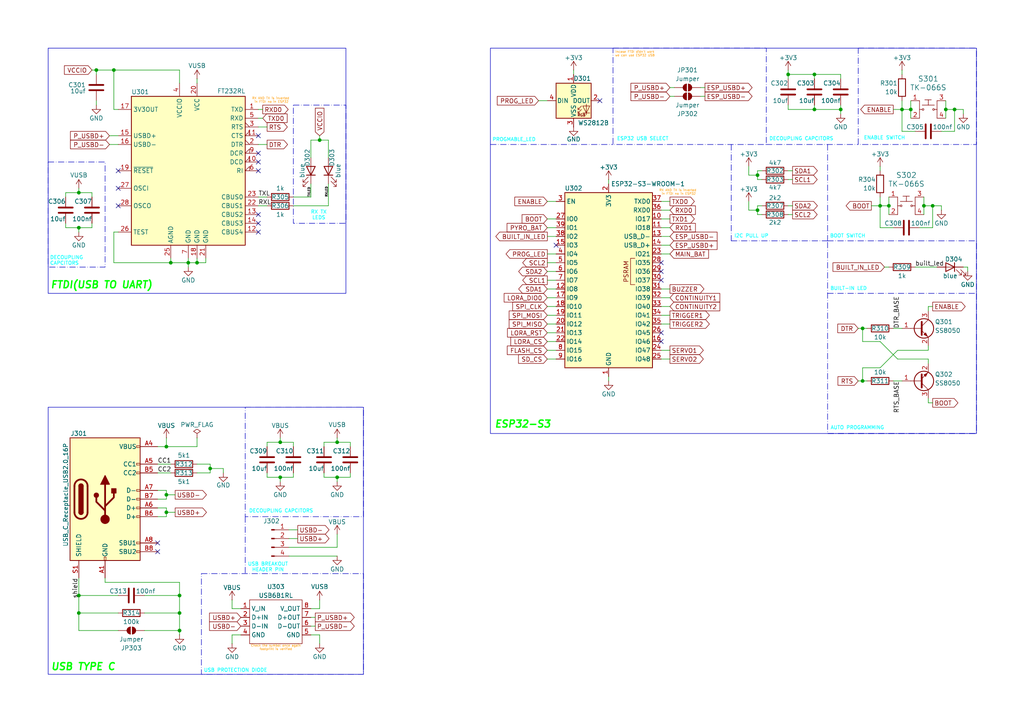
<source format=kicad_sch>
(kicad_sch (version 20250114) (generator "eeschema") (generator_version "9.0")
  (paper "A4")
  (title_block (title "VECTRON-V1") (date "2025-06-13") (rev "1.0.0") (company "Drawn by :- Arudhran"))
  (rectangle (start 13.97 46.99) (end 30.48 77.47) (stroke (width 0) (type dash_dot)))
  (rectangle (start 13.97 13.97) (end 100.33 85.09))
  (rectangle (start 58.42 166.37) (end 105.41 195.58) (stroke (width 0) (type dash_dot)))
  (rectangle (start 248.92 13.97) (end 283.21 41.91) (stroke (width 0) (type dash_dot)))
  (rectangle (start 85.09 30.48) (end 100.33 64.77) (stroke (width 0) (type dash_dot)))
  (rectangle (start 71.12 118.11) (end 105.41 149.86) (stroke (width 0) (type dash_dot)))
  (rectangle (start 142.24 13.97) (end 283.21 125.73))
  (rectangle (start 177.8 13.97) (end 222.25 41.91) (stroke (width 0) (type dash_dot)))
  (rectangle (start 13.97 118.11) (end 105.41 195.58))
  (rectangle (start 240.03 69.85) (end 283.21 125.73) (stroke (width 0) (type dash_dot)))
  (text "DECOUPLING CAPCITORS\n" (at 81.534 148.336 0) (effects (font (size 1.016 1.016))))
  (text "ENABLE SWITCH\n" (at 256.54 40.132 0) (effects (font (size 1.016 1.016))))
  (text "I2C PULL UP" (at 217.932 68.58 0) (effects (font (size 1.016 1.016))))
  (text "BUILT-IN LED\n" (at 246.126 83.82 0) (effects (font (size 1.016 1.016))))
  (text "USB TYPE C\n" (at 24.13 193.548 0) (effects (font (size 2.032 2.032) (bold yes) (italic yes))))
  (text "Check the symbol once again\nfootprint is verified" (at 80.01 187.96 0) (effects (font (size 0.635 0.635) (thickness 0.0794))))
  (text "DECOUPLING CAPCITORS\n" (at 232.41 40.386 0) (effects (font (size 1.016 1.016))))
  (text "DECOUPLING\nCAPCITORS\n" (at 14.478 75.692 0) (effects (font (size 1.016 1.016)) (justify left)))
  (text "RX AND TX is inverted \nin FTDI no in ESP32\n" (at 196.85 55.88 0) (effects (font (size 0.635 0.635) (thickness 0.0794))))
  (text "USB BREAKOUT\nHEADER PIN" (at 77.724 164.592 0) (effects (font (size 1.016 1.016))))
  (text "FTDI(USB TO UART)" (at 29.464 82.804 0) (effects (font (size 2.032 2.032) (bold yes) (italic yes))))
  (text "Incase FTDI didn't work\nwe can use ESP32 USB" (at 184.15 15.748 0) (effects (font (size 0.635 0.635) (thickness 0.0794))))
  (text "USB PROTECTION DIODE" (at 68.326 194.564 0) (effects (font (size 1.016 1.016))))
  (text "AUTO PROGRAMMING\n" (at 248.666 124.206 0) (effects (font (size 1.016 1.016))))
  (text "RX TX\nLEDS\n" (at 92.456 62.484 0) (effects (font (size 1.016 1.016))))
  (text "ESP32-S3\n" (at 151.638 123.19 0) (effects (font (size 2.032 2.032) (bold yes) (italic yes))))
  (text "PROGMABLE_LED" (at 149.098 40.64 0) (effects (font (size 1.016 1.016))))
  (text "ESP32 USB SELECT\n" (at 186.436 40.386 0) (effects (font (size 1.016 1.016))))
  (text "RX AND TX is inverted \nin FTDI no in ESP32\n" (at 78.74 29.21 0) (effects (font (size 0.635 0.635) (thickness 0.0794))))
  (text "BOOT SWITCH\n" (at 245.872 68.58 0) (effects (font (size 1.016 1.016))))
  (junction (at 261.62 31.75))
  (junction (at 49.53 76.2))
  (junction (at 97.79 138.43))
  (junction (at 243.84 31.75))
  (junction (at 276.86 31.75))
  (junction (at 255.27 59.69))
  (junction (at 48.26 148.59))
  (junction (at 22.86 55.88))
  (junction (at 270.51 59.69))
  (junction (at 22.86 66.04))
  (junction (at 22.86 172.72))
  (junction (at 54.61 76.2))
  (junction (at 52.07 172.72))
  (junction (at 52.07 182.88))
  (junction (at 81.28 128.27))
  (junction (at 52.07 177.8))
  (junction (at 22.86 177.8))
  (junction (at 219.71 60.96))
  (junction (at 257.81 59.69))
  (junction (at 219.71 50.8))
  (junction (at 57.15 76.2))
  (junction (at 236.22 31.75))
  (junction (at 48.26 129.54))
  (junction (at 60.96 135.89))
  (junction (at 250.19 95.25))
  (junction (at 33.02 20.32))
  (junction (at 264.16 31.75))
  (junction (at 228.6 21.59))
  (junction (at 92.71 40.64))
  (junction (at 27.94 20.32))
  (junction (at 274.32 31.75))
  (junction (at 48.26 143.51))
  (junction (at 236.22 21.59))
  (junction (at 267.97 59.69))
  (junction (at 81.28 138.43))
  (junction (at 250.19 110.49))
  (junction (at 97.79 128.27))
  (no_connect (at 34.29 54.61))
  (no_connect (at 74.93 62.23))
  (no_connect (at 191.77 81.28))
  (no_connect (at 74.93 67.31))
  (no_connect (at 161.29 71.12))
  (no_connect (at 74.93 64.77))
  (no_connect (at 74.93 46.99))
  (no_connect (at 191.77 99.06))
  (no_connect (at 45.72 157.48))
  (no_connect (at 191.77 78.74))
  (no_connect (at 191.77 76.2))
  (no_connect (at 74.93 49.53))
  (no_connect (at 74.93 44.45))
  (no_connect (at 34.29 59.69))
  (no_connect (at 45.72 160.02))
  (no_connect (at 191.77 96.52))
  (no_connect (at 34.29 49.53))
  (no_connect (at 173.99 29.21))
  (no_connect (at 74.93 39.37))
  (wire (pts (xy 52.07 177.8) (xy 52.07 182.88)))
  (wire (pts (xy 220.98 52.07) (xy 219.71 52.07)))
  (wire (pts (xy 248.92 110.49) (xy 250.19 110.49)))
  (wire (pts (xy 220.98 62.23) (xy 219.71 62.23)))
  (wire (pts (xy 248.92 95.25) (xy 250.19 95.25)))
  (wire (pts (xy 92.71 184.15) (xy 92.71 186.69)))
  (wire (pts (xy 158.75 81.28) (xy 161.29 81.28)))
  (wire (pts (xy 158.75 68.58) (xy 161.29 68.58)))
  (wire (pts (xy 45.72 147.32) (xy 48.26 147.32)))
  (wire (pts (xy 59.69 76.2) (xy 59.69 74.93)))
  (wire (pts (xy 81.28 138.43) (xy 85.09 138.43)))
  (wire (pts (xy 101.6 129.54) (xy 101.6 128.27)))
  (wire (pts (xy 255.27 57.15) (xy 255.27 59.69)))
  (polyline (pts (xy 71.12 149.86) (xy 71.12 166.37)) (stroke (width 0) (type dash_dot)))
  (wire (pts (xy 41.91 177.8) (xy 52.07 177.8)))
  (wire (pts (xy 270.51 66.04) (xy 270.51 59.69)))
  (wire (pts (xy 77.47 137.16) (xy 77.47 138.43)))
  (wire (pts (xy 158.75 58.42) (xy 161.29 58.42)))
  (wire (pts (xy 260.35 104.14) (xy 255.27 99.06)))
  (wire (pts (xy 86.36 156.21) (xy 83.82 156.21)))
  (wire (pts (xy 158.75 83.82) (xy 161.29 83.82)))
  (wire (pts (xy 279.4 31.75) (xy 279.4 33.02)))
  (wire (pts (xy 22.86 172.72) (xy 34.29 172.72)))
  (wire (pts (xy 67.31 184.15) (xy 67.31 186.69)))
  (wire (pts (xy 64.77 135.89) (xy 64.77 137.16)))
  (wire (pts (xy 228.6 21.59) (xy 236.22 21.59)))
  (wire (pts (xy 57.15 137.16) (xy 60.96 137.16)))
  (wire (pts (xy 85.09 57.15) (xy 90.17 57.15)))
  (wire (pts (xy 67.31 173.99) (xy 67.31 176.53)))
  (polyline (pts (xy 142.24 41.91) (xy 177.8 41.91)) (stroke (width 0) (type dash_dot)))
  (wire (pts (xy 85.09 129.54) (xy 85.09 128.27)))
  (wire (pts (xy 219.71 60.96) (xy 219.71 62.23)))
  (wire (pts (xy 85.09 138.43) (xy 85.09 137.16)))
  (wire (pts (xy 95.25 59.69) (xy 95.25 53.34)))
  (wire (pts (xy 259.08 110.49) (xy 261.62 110.49)))
  (wire (pts (xy 194.31 93.98) (xy 191.77 93.98)))
  (wire (pts (xy 22.86 55.88) (xy 19.05 55.88)))
  (wire (pts (xy 194.31 101.6) (xy 191.77 101.6)))
  (wire (pts (xy 33.02 20.32) (xy 52.07 20.32)))
  (wire (pts (xy 22.86 66.04) (xy 26.67 66.04)))
  (wire (pts (xy 54.61 76.2) (xy 57.15 76.2)))
  (wire (pts (xy 81.28 138.43) (xy 81.28 139.7)))
  (wire (pts (xy 194.31 60.96) (xy 191.77 60.96)))
  (wire (pts (xy 60.96 135.89) (xy 64.77 135.89)))
  (wire (pts (xy 27.94 30.48) (xy 27.94 29.21)))
  (wire (pts (xy 33.02 76.2) (xy 49.53 76.2)))
  (wire (pts (xy 60.96 135.89) (xy 60.96 137.16)))
  (wire (pts (xy 252.73 59.69) (xy 255.27 59.69)))
  (wire (pts (xy 52.07 168.91) (xy 52.07 172.72)))
  (polyline (pts (xy 212.09 69.85) (xy 240.03 69.85)) (stroke (width 0) (type dash_dot)))
  (wire (pts (xy 158.75 78.74) (xy 161.29 78.74)))
  (wire (pts (xy 26.67 20.32) (xy 27.94 20.32)))
  (polyline (pts (xy 222.25 41.91) (xy 248.92 41.91)) (stroke (width 0) (type dash_dot)))
  (wire (pts (xy 49.53 74.93) (xy 49.53 76.2)))
  (wire (pts (xy 97.79 138.43) (xy 97.79 139.7)))
  (wire (pts (xy 26.67 57.15) (xy 26.67 55.88)))
  (wire (pts (xy 217.17 50.8) (xy 219.71 50.8)))
  (wire (pts (xy 194.31 71.12) (xy 191.77 71.12)))
  (wire (pts (xy 259.08 95.25) (xy 261.62 95.25)))
  (wire (pts (xy 255.27 66.04) (xy 255.27 59.69)))
  (wire (pts (xy 57.15 74.93) (xy 57.15 76.2)))
  (wire (pts (xy 22.86 177.8) (xy 22.86 182.88)))
  (wire (pts (xy 269.24 104.14) (xy 260.35 104.14)))
  (polyline (pts (xy 212.09 41.91) (xy 212.09 69.85)) (stroke (width 0) (type dash_dot)))
  (wire (pts (xy 69.85 184.15) (xy 67.31 184.15)))
  (wire (pts (xy 265.43 77.47) (xy 271.78 77.47)))
  (wire (pts (xy 236.22 21.59) (xy 243.84 21.59)))
  (wire (pts (xy 250.19 110.49) (xy 251.46 110.49)))
  (wire (pts (xy 236.22 31.75) (xy 243.84 31.75)))
  (wire (pts (xy 228.6 21.59) (xy 228.6 22.86)))
  (wire (pts (xy 93.98 138.43) (xy 97.79 138.43)))
  (wire (pts (xy 101.6 138.43) (xy 101.6 137.16)))
  (wire (pts (xy 77.47 36.83) (xy 74.93 36.83)))
  (wire (pts (xy 267.97 59.69) (xy 270.51 59.69)))
  (wire (pts (xy 41.91 182.88) (xy 52.07 182.88)))
  (wire (pts (xy 261.62 29.21) (xy 261.62 31.75)))
  (wire (pts (xy 49.53 76.2) (xy 54.61 76.2)))
  (wire (pts (xy 228.6 49.53) (xy 229.87 49.53)))
  (wire (pts (xy 19.05 64.77) (xy 19.05 66.04)))
  (wire (pts (xy 22.86 182.88) (xy 34.29 182.88)))
  (wire (pts (xy 257.81 59.69) (xy 257.81 62.23)))
  (wire (pts (xy 19.05 57.15) (xy 19.05 55.88)))
  (wire (pts (xy 19.05 66.04) (xy 22.86 66.04)))
  (wire (pts (xy 276.86 31.75) (xy 279.4 31.75)))
  (wire (pts (xy 194.31 88.9) (xy 191.77 88.9)))
  (wire (pts (xy 41.91 172.72) (xy 52.07 172.72)))
  (wire (pts (xy 77.47 129.54) (xy 77.47 128.27)))
  (wire (pts (xy 67.31 176.53) (xy 69.85 176.53)))
  (wire (pts (xy 27.94 20.32) (xy 27.94 21.59)))
  (wire (pts (xy 48.26 143.51) (xy 50.8 143.51)))
  (wire (pts (xy 236.22 30.48) (xy 236.22 31.75)))
  (wire (pts (xy 91.44 179.07) (xy 90.17 179.07)))
  (wire (pts (xy 243.84 31.75) (xy 243.84 33.02)))
  (wire (pts (xy 176.53 109.22) (xy 176.53 110.49)))
  (wire (pts (xy 30.48 168.91) (xy 52.07 168.91)))
  (wire (pts (xy 219.71 59.69) (xy 220.98 59.69)))
  (wire (pts (xy 158.75 86.36) (xy 161.29 86.36)))
  (wire (pts (xy 33.02 67.31) (xy 33.02 76.2)))
  (wire (pts (xy 22.86 55.88) (xy 26.67 55.88)))
  (wire (pts (xy 48.26 148.59) (xy 48.26 149.86)))
  (wire (pts (xy 194.31 68.58) (xy 191.77 68.58)))
  (wire (pts (xy 261.62 20.32) (xy 261.62 21.59)))
  (wire (pts (xy 77.47 41.91) (xy 74.93 41.91)))
  (wire (pts (xy 90.17 57.15) (xy 90.17 53.34)))
  (wire (pts (xy 34.29 31.75) (xy 33.02 31.75)))
  (wire (pts (xy 269.24 104.14) (xy 269.24 105.41)))
  (wire (pts (xy 250.19 99.06) (xy 255.27 99.06)))
  (wire (pts (xy 45.72 142.24) (xy 48.26 142.24)))
  (wire (pts (xy 97.79 128.27) (xy 97.79 127)))
  (wire (pts (xy 194.31 91.44) (xy 191.77 91.44)))
  (wire (pts (xy 45.72 137.16) (xy 49.53 137.16)))
  (wire (pts (xy 26.67 66.04) (xy 26.67 64.77)))
  (wire (pts (xy 81.28 128.27) (xy 81.28 127)))
  (wire (pts (xy 250.19 95.25) (xy 250.19 99.06)))
  (wire (pts (xy 255.27 59.69) (xy 257.81 59.69)))
  (wire (pts (xy 31.75 41.91) (xy 34.29 41.91)))
  (wire (pts (xy 269.24 101.6) (xy 269.24 100.33)))
  (wire (pts (xy 48.26 148.59) (xy 50.8 148.59)))
  (wire (pts (xy 31.75 39.37) (xy 34.29 39.37)))
  (wire (pts (xy 280.67 77.47) (xy 279.4 77.47)))
  (wire (pts (xy 90.17 184.15) (xy 92.71 184.15)))
  (wire (pts (xy 76.2 31.75) (xy 74.93 31.75)))
  (wire (pts (xy 85.09 59.69) (xy 95.25 59.69)))
  (wire (pts (xy 274.32 29.21) (xy 274.32 31.75)))
  (wire (pts (xy 257.81 77.47) (xy 256.54 77.47)))
  (wire (pts (xy 158.75 99.06) (xy 161.29 99.06)))
  (wire (pts (xy 77.47 138.43) (xy 81.28 138.43)))
  (wire (pts (xy 158.75 96.52) (xy 161.29 96.52)))
  (wire (pts (xy 81.28 128.27) (xy 77.47 128.27)))
  (wire (pts (xy 22.86 167.64) (xy 22.86 172.72)))
  (wire (pts (xy 158.75 88.9) (xy 161.29 88.9)))
  (wire (pts (xy 280.67 78.74) (xy 280.67 77.47)))
  (wire (pts (xy 228.6 62.23) (xy 229.87 62.23)))
  (wire (pts (xy 219.71 50.8) (xy 219.71 49.53)))
  (wire (pts (xy 194.31 73.66) (xy 191.77 73.66)))
  (wire (pts (xy 45.72 134.62) (xy 49.53 134.62)))
  (wire (pts (xy 97.79 128.27) (xy 101.6 128.27)))
  (wire (pts (xy 86.36 153.67) (xy 83.82 153.67)))
  (wire (pts (xy 45.72 129.54) (xy 48.26 129.54)))
  (wire (pts (xy 22.86 177.8) (xy 34.29 177.8)))
  (wire (pts (xy 158.75 63.5) (xy 161.29 63.5)))
  (wire (pts (xy 228.6 31.75) (xy 236.22 31.75)))
  (wire (pts (xy 97.79 154.94) (xy 97.79 158.75)))
  (wire (pts (xy 48.26 149.86) (xy 45.72 149.86)))
  (wire (pts (xy 217.17 50.8) (xy 217.17 48.26)))
  (wire (pts (xy 194.31 83.82) (xy 191.77 83.82)))
  (wire (pts (xy 261.62 31.75) (xy 264.16 31.75)))
  (wire (pts (xy 54.61 74.93) (xy 54.61 76.2)))
  (wire (pts (xy 219.71 49.53) (xy 220.98 49.53)))
  (wire (pts (xy 158.75 101.6) (xy 161.29 101.6)))
  (polyline (pts (xy 240.03 85.09) (xy 283.21 85.09)) (stroke (width 0) (type dash_dot)))
  (wire (pts (xy 57.15 22.86) (xy 57.15 24.13)))
  (wire (pts (xy 156.21 29.21) (xy 158.75 29.21)))
  (wire (pts (xy 92.71 173.99) (xy 92.71 176.53)))
  (wire (pts (xy 176.53 52.07) (xy 176.53 53.34)))
  (wire (pts (xy 27.94 20.32) (xy 33.02 20.32)))
  (wire (pts (xy 57.15 134.62) (xy 60.96 134.62)))
  (wire (pts (xy 194.31 86.36) (xy 191.77 86.36)))
  (wire (pts (xy 54.61 76.2) (xy 54.61 77.47)))
  (wire (pts (xy 274.32 31.75) (xy 276.86 31.75)))
  (wire (pts (xy 158.75 66.04) (xy 161.29 66.04)))
  (wire (pts (xy 264.16 29.21) (xy 264.16 31.75)))
  (wire (pts (xy 266.7 66.04) (xy 270.51 66.04)))
  (wire (pts (xy 194.31 58.42) (xy 191.77 58.42)))
  (wire (pts (xy 158.75 73.66) (xy 161.29 73.66)))
  (wire (pts (xy 269.24 101.6) (xy 260.35 101.6)))
  (wire (pts (xy 57.15 76.2) (xy 59.69 76.2)))
  (wire (pts (xy 57.15 127) (xy 57.15 129.54)))
  (wire (pts (xy 236.22 21.59) (xy 236.22 22.86)))
  (wire (pts (xy 194.31 27.94) (xy 195.58 27.94)))
  (wire (pts (xy 48.26 127) (xy 48.26 129.54)))
  (wire (pts (xy 92.71 40.64) (xy 95.25 40.64)))
  (wire (pts (xy 45.72 144.78) (xy 48.26 144.78)))
  (wire (pts (xy 22.86 172.72) (xy 22.86 177.8)))
  (wire (pts (xy 250.19 106.68) (xy 255.27 106.68)))
  (wire (pts (xy 228.6 52.07) (xy 229.87 52.07)))
  (wire (pts (xy 255.27 48.26) (xy 255.27 49.53)))
  (wire (pts (xy 48.26 129.54) (xy 57.15 129.54)))
  (wire (pts (xy 203.2 27.94) (xy 204.47 27.94)))
  (wire (pts (xy 250.19 106.68) (xy 250.19 110.49)))
  (wire (pts (xy 52.07 182.88) (xy 52.07 184.15)))
  (wire (pts (xy 269.24 88.9) (xy 270.51 88.9)))
  (wire (pts (xy 81.28 128.27) (xy 85.09 128.27)))
  (wire (pts (xy 219.71 50.8) (xy 219.71 52.07)))
  (wire (pts (xy 270.51 59.69) (xy 273.05 59.69)))
  (wire (pts (xy 93.98 137.16) (xy 93.98 138.43)))
  (wire (pts (xy 93.98 128.27) (xy 97.79 128.27)))
  (wire (pts (xy 34.29 67.31) (xy 33.02 67.31)))
  (wire (pts (xy 166.37 20.32) (xy 166.37 21.59)))
  (wire (pts (xy 261.62 38.1) (xy 261.62 31.75)))
  (wire (pts (xy 76.2 34.29) (xy 74.93 34.29)))
  (wire (pts (xy 52.07 20.32) (xy 52.07 24.13)))
  (wire (pts (xy 158.75 91.44) (xy 161.29 91.44)))
  (wire (pts (xy 90.17 40.64) (xy 90.17 45.72)))
  (wire (pts (xy 83.82 161.29) (xy 97.79 161.29)))
  (wire (pts (xy 219.71 60.96) (xy 219.71 59.69)))
  (wire (pts (xy 273.05 59.69) (xy 273.05 60.96)))
  (wire (pts (xy 259.08 31.75) (xy 261.62 31.75)))
  (wire (pts (xy 191.77 66.04) (xy 194.31 66.04)))
  (wire (pts (xy 90.17 40.64) (xy 92.71 40.64)))
  (wire (pts (xy 228.6 59.69) (xy 229.87 59.69)))
  (wire (pts (xy 93.98 129.54) (xy 93.98 128.27)))
  (wire (pts (xy 22.86 54.61) (xy 22.86 55.88)))
  (wire (pts (xy 269.24 90.17) (xy 269.24 88.9)))
  (wire (pts (xy 60.96 134.62) (xy 60.96 135.89)))
  (wire (pts (xy 158.75 76.2) (xy 161.29 76.2)))
  (wire (pts (xy 273.05 38.1) (xy 276.86 38.1)))
  (wire (pts (xy 77.47 59.69) (xy 74.93 59.69)))
  (wire (pts (xy 267.97 57.15) (xy 267.97 59.69)))
  (wire (pts (xy 259.08 66.04) (xy 255.27 66.04)))
  (wire (pts (xy 52.07 172.72) (xy 52.07 177.8)))
  (wire (pts (xy 97.79 138.43) (xy 101.6 138.43)))
  (wire (pts (xy 194.31 25.4) (xy 195.58 25.4)))
  (wire (pts (xy 194.31 104.14) (xy 191.77 104.14)))
  (wire (pts (xy 269.24 116.84) (xy 270.51 116.84)))
  (wire (pts (xy 92.71 176.53) (xy 90.17 176.53)))
  (wire (pts (xy 267.97 59.69) (xy 267.97 62.23)))
  (wire (pts (xy 158.75 104.14) (xy 161.29 104.14)))
  (wire (pts (xy 260.35 101.6) (xy 255.27 106.68)))
  (wire (pts (xy 243.84 21.59) (xy 243.84 22.86)))
  (wire (pts (xy 250.19 95.25) (xy 251.46 95.25)))
  (wire (pts (xy 274.32 31.75) (xy 274.32 34.29)))
  (wire (pts (xy 22.86 67.31) (xy 22.86 66.04)))
  (polyline (pts (xy 240.03 41.91) (xy 240.03 69.85)) (stroke (width 0) (type dash_dot)))
  (wire (pts (xy 97.79 158.75) (xy 83.82 158.75)))
  (wire (pts (xy 276.86 38.1) (xy 276.86 31.75)))
  (wire (pts (xy 95.25 40.64) (xy 95.25 45.72)))
  (wire (pts (xy 265.43 38.1) (xy 261.62 38.1)))
  (wire (pts (xy 217.17 60.96) (xy 217.17 58.42)))
  (wire (pts (xy 264.16 31.75) (xy 264.16 34.29)))
  (wire (pts (xy 217.17 60.96) (xy 219.71 60.96)))
  (wire (pts (xy 33.02 20.32) (xy 33.02 31.75)))
  (wire (pts (xy 30.48 168.91) (xy 30.48 167.64)))
  (wire (pts (xy 191.77 63.5) (xy 194.31 63.5)))
  (wire (pts (xy 269.24 115.57) (xy 269.24 116.84)))
  (wire (pts (xy 228.6 30.48) (xy 228.6 31.75)))
  (wire (pts (xy 257.81 57.15) (xy 257.81 59.69)))
  (wire (pts (xy 158.75 93.98) (xy 161.29 93.98)))
  (wire (pts (xy 91.44 181.61) (xy 90.17 181.61)))
  (wire (pts (xy 203.2 25.4) (xy 204.47 25.4)))
  (wire (pts (xy 228.6 20.32) (xy 228.6 21.59)))
  (wire (pts (xy 48.26 144.78) (xy 48.26 143.51)))
  (wire (pts (xy 74.93 57.15) (xy 77.47 57.15)))
  (wire (pts (xy 243.84 31.75) (xy 243.84 30.48)))
  (wire (pts (xy 48.26 143.51) (xy 48.26 142.24)))
  (wire (pts (xy 92.71 39.37) (xy 92.71 40.64)))
  (wire (pts (xy 48.26 147.32) (xy 48.26 148.59)))
  (label "built_led" (at 265.43 77.47 0))
  (label "CC2" (at 45.72 137.16 0))
  (label "RTS_BASE" (at 260.35 110.49 270))
  (label "CC1" (at 45.72 134.62 0))
  (label "TXLED" (at 90.17 57.15 90) (effects (font (size 0.635 0.635))))
  (label "shield" (at 22.86 167.64 270))
  (label "DTR_BASE" (at 260.35 95.25 90))
  (label "RXLED" (at 95.25 57.15 90) (effects (font (size 0.635 0.635))))
  (label "TXL" (at 74.93 57.15 0))
  (label "RXL" (at 74.93 59.69 0))
  (global_label "BUILT_IN_LED" (shape output) (at 158.75 68.58 180) (property "Intersheetrefs" "${INTERSHEET_REFS}" (effects (hide yes))))
  (global_label "USBD+" (shape output) (at 50.8 148.59 0) (property "Intersheetrefs" "${INTERSHEET_REFS}" (effects (hide yes))))
  (global_label "SCL1" (shape output) (at 229.87 52.07 0) (property "Intersheetrefs" "${INTERSHEET_REFS}" (effects (hide yes))))
  (global_label "SDA1" (shape output) (at 229.87 49.53 0) (property "Intersheetrefs" "${INTERSHEET_REFS}" (effects (hide yes))))
  (global_label "ENABLE" (shape input) (at 158.75 58.42 180) (property "Intersheetrefs" "${INTERSHEET_REFS}" (effects (hide yes))))
  (global_label "BUZZER" (shape output) (at 194.31 83.82 0) (property "Intersheetrefs" "${INTERSHEET_REFS}" (effects (hide yes))))
  (global_label "VCCIO" (shape input) (at 92.71 39.37 90) (property "Intersheetrefs" "${INTERSHEET_REFS}" (effects (hide yes))))
  (global_label "USBD+" (shape input) (at 69.85 179.07 180) (property "Intersheetrefs" "${INTERSHEET_REFS}" (effects (hide yes))))
  (global_label "LORA_DIO0" (shape input) (at 158.75 86.36 180) (property "Intersheetrefs" "${INTERSHEET_REFS}" (effects (hide yes))))
  (global_label "SPI_MISO" (shape input) (at 158.75 93.98 180) (property "Intersheetrefs" "${INTERSHEET_REFS}" (effects (hide yes))))
  (global_label "USBD-" (shape input) (at 69.85 181.61 180) (property "Intersheetrefs" "${INTERSHEET_REFS}" (effects (hide yes))))
  (global_label "TXD0" (shape output) (at 194.31 58.42 0) (property "Intersheetrefs" "${INTERSHEET_REFS}" (effects (hide yes))))
  (global_label "TXD0" (shape input) (at 76.2 34.29 0) (property "Intersheetrefs" "${INTERSHEET_REFS}" (effects (hide yes))))
  (global_label "BOOT" (shape input) (at 158.75 63.5 180) (property "Intersheetrefs" "${INTERSHEET_REFS}" (effects (hide yes))))
  (global_label "RTS" (shape input) (at 248.92 110.49 180) (property "Intersheetrefs" "${INTERSHEET_REFS}" (effects (hide yes))))
  (global_label "SCL1" (shape output) (at 158.75 81.28 180) (property "Intersheetrefs" "${INTERSHEET_REFS}" (effects (hide yes))))
  (global_label "RXD0" (shape output) (at 76.2 31.75 0) (property "Intersheetrefs" "${INTERSHEET_REFS}" (effects (hide yes))))
  (global_label "SPI_MOSI" (shape input) (at 158.75 91.44 180) (property "Intersheetrefs" "${INTERSHEET_REFS}" (effects (hide yes))))
  (global_label "SDA2" (shape output) (at 229.87 59.69 0) (property "Intersheetrefs" "${INTERSHEET_REFS}" (effects (hide yes))))
  (global_label "SDA1" (shape bidirectional) (at 158.75 83.82 180) (property "Intersheetrefs" "${INTERSHEET_REFS}" (effects (hide yes))))
  (global_label "MAIN_BAT" (shape input) (at 194.31 73.66 0) (property "Intersheetrefs" "${INTERSHEET_REFS}" (effects (hide yes))))
  (global_label "SERVO2" (shape output) (at 194.31 104.14 0) (property "Intersheetrefs" "${INTERSHEET_REFS}" (effects (hide yes))))
  (global_label "USBD+" (shape output) (at 86.36 156.21 0) (property "Intersheetrefs" "${INTERSHEET_REFS}" (effects (hide yes))))
  (global_label "DTR" (shape output) (at 77.47 41.91 0) (property "Intersheetrefs" "${INTERSHEET_REFS}" (effects (hide yes))))
  (global_label "ESP_USBD+" (shape output) (at 204.47 25.4 0) (property "Intersheetrefs" "${INTERSHEET_REFS}" (effects (hide yes))))
  (global_label "USBD-" (shape output) (at 86.36 153.67 0) (property "Intersheetrefs" "${INTERSHEET_REFS}" (effects (hide yes))))
  (global_label "RTS" (shape output) (at 77.47 36.83 0) (property "Intersheetrefs" "${INTERSHEET_REFS}" (effects (hide yes))))
  (global_label "PROG_LED" (shape input) (at 156.21 29.21 180) (property "Intersheetrefs" "${INTERSHEET_REFS}" (effects (hide yes))))
  (global_label "BOOT" (shape output) (at 270.51 116.84 0) (property "Intersheetrefs" "${INTERSHEET_REFS}" (effects (hide yes))))
  (global_label "ESP_USBD+" (shape input) (at 194.31 71.12 0) (property "Intersheetrefs" "${INTERSHEET_REFS}" (effects (hide yes))))
  (global_label "SCL2" (shape output) (at 229.87 62.23 0) (property "Intersheetrefs" "${INTERSHEET_REFS}" (effects (hide yes))))
  (global_label "TRIGGER2" (shape output) (at 194.31 93.98 0) (property "Intersheetrefs" "${INTERSHEET_REFS}" (effects (hide yes))))
  (global_label "SPI_CLK" (shape input) (at 158.75 88.9 180) (property "Intersheetrefs" "${INTERSHEET_REFS}" (effects (hide yes))))
  (global_label "RXD0" (shape input) (at 194.31 60.96 0) (property "Intersheetrefs" "${INTERSHEET_REFS}" (effects (hide yes))))
  (global_label "SDA2" (shape bidirectional) (at 158.75 78.74 180) (property "Intersheetrefs" "${INTERSHEET_REFS}" (effects (hide yes))))
  (global_label "LORA_CS" (shape input) (at 158.75 99.06 180) (property "Intersheetrefs" "${INTERSHEET_REFS}" (effects (hide yes))))
  (global_label "P_USBD-" (shape input) (at 194.31 27.94 180) (property "Intersheetrefs" "${INTERSHEET_REFS}" (effects (hide yes))))
  (global_label "PROG_LED" (shape output) (at 158.75 73.66 180) (property "Intersheetrefs" "${INTERSHEET_REFS}" (effects (hide yes))))
  (global_label "ESP_USBD-" (shape output) (at 204.47 27.94 0) (property "Intersheetrefs" "${INTERSHEET_REFS}" (effects (hide yes))))
  (global_label "P_USBD+" (shape output) (at 91.44 179.07 0) (property "Intersheetrefs" "${INTERSHEET_REFS}" (effects (hide yes))))
  (global_label "BUILT_IN_LED" (shape input) (at 256.54 77.47 180) (property "Intersheetrefs" "${INTERSHEET_REFS}" (effects (hide yes))))
  (global_label "DTR" (shape input) (at 248.92 95.25 180) (property "Intersheetrefs" "${INTERSHEET_REFS}" (effects (hide yes))))
  (global_label "ENABLE" (shape output) (at 259.08 31.75 180) (property "Intersheetrefs" "${INTERSHEET_REFS}" (effects (hide yes))))
  (global_label "P_USBD+" (shape input) (at 194.31 25.4 180) (property "Intersheetrefs" "${INTERSHEET_REFS}" (effects (hide yes))))
  (global_label "FLASH_CS" (shape input) (at 158.75 101.6 180) (property "Intersheetrefs" "${INTERSHEET_REFS}" (effects (hide yes))))
  (global_label "CONTINUITY1" (shape input) (at 194.31 86.36 0) (property "Intersheetrefs" "${INTERSHEET_REFS}" (effects (hide yes))))
  (global_label "USBD-" (shape output) (at 50.8 143.51 0) (property "Intersheetrefs" "${INTERSHEET_REFS}" (effects (hide yes))))
  (global_label "SCL2" (shape output) (at 158.75 76.2 180) (property "Intersheetrefs" "${INTERSHEET_REFS}" (effects (hide yes))))
  (global_label "RXD1" (shape input) (at 194.31 66.04 0) (property "Intersheetrefs" "${INTERSHEET_REFS}" (effects (hide yes))))
  (global_label "LORA_RST" (shape input) (at 158.75 96.52 180) (property "Intersheetrefs" "${INTERSHEET_REFS}" (effects (hide yes))))
  (global_label "SERVO1" (shape output) (at 194.31 101.6 0) (property "Intersheetrefs" "${INTERSHEET_REFS}" (effects (hide yes))))
  (global_label "P_USBD+" (shape input) (at 31.75 39.37 180) (property "Intersheetrefs" "${INTERSHEET_REFS}" (effects (hide yes))))
  (global_label "TRIGGER1" (shape output) (at 194.31 91.44 0) (property "Intersheetrefs" "${INTERSHEET_REFS}" (effects (hide yes))))
  (global_label "VCCIO" (shape input) (at 26.67 20.32 180) (property "Intersheetrefs" "${INTERSHEET_REFS}" (effects (hide yes))))
  (global_label "P_USBD-" (shape input) (at 31.75 41.91 180) (property "Intersheetrefs" "${INTERSHEET_REFS}" (effects (hide yes))))
  (global_label "CONTINUITY2" (shape input) (at 194.31 88.9 0) (property "Intersheetrefs" "${INTERSHEET_REFS}" (effects (hide yes))))
  (global_label "PYRO_BAT" (shape input) (at 158.75 66.04 180) (property "Intersheetrefs" "${INTERSHEET_REFS}" (effects (hide yes))))
  (global_label "TXD1" (shape output) (at 194.31 63.5 0) (property "Intersheetrefs" "${INTERSHEET_REFS}" (effects (hide yes))))
  (global_label "SD_CS" (shape input) (at 158.75 104.14 180) (property "Intersheetrefs" "${INTERSHEET_REFS}" (effects (hide yes))))
  (global_label "ESP_USBD-" (shape input) (at 194.31 68.58 0) (property "Intersheetrefs" "${INTERSHEET_REFS}" (effects (hide yes))))
  (global_label "BOOT" (shape output) (at 252.73 59.69 180) (property "Intersheetrefs" "${INTERSHEET_REFS}" (effects (hide yes))))
  (global_label "P_USBD-" (shape output) (at 91.44 181.61 0) (property "Intersheetrefs" "${INTERSHEET_REFS}" (effects (hide yes))))
  (global_label "ENABLE" (shape output) (at 270.51 88.9 0) (property "Intersheetrefs" "${INTERSHEET_REFS}" (effects (hide yes))))
  (symbol (lib_id "Transistor_BJT:SS8050") (at 266.7 95.25 0) (unit 1)
    (property "Reference" "Q301" (at 271.145 93.345 0) (effects (justify left)))
    (property "Value" "SS8050" (at 271.145 95.885 0) (effects (justify left)))
    (property "Footprint" "Package_TO_SOT_SMD:SOT-23-3" (effects (hide yes)))
    (property "Datasheet" "http://www.secosgmbh.com/datasheet/products/SSMPTransistor/SOT-23/SS8050.pdf" (effects (hide yes)))
    (property "Description" "General Purpose NPN Transistor, 1.5A Ic, 25V Vce, SOT-23" (effects (hide yes)))
  )
  (symbol (lib_id "power:GND") (at 54.61 77.47 0) (unit 1)
    (property "Reference" "#PWR0316" (effects (hide yes)))
    (property "Value" "GND" (at 54.61 81.28 0))
    (property "Description" "Power symbol creates a global label with name \"GND\" , ground" (effects (hide yes)))
  )
  (symbol (lib_id "LED:WS2812B") (at 166.37 29.21 0) (unit 1)
    (property "Reference" "D301" (at 171.45 23.495 0) (effects (justify right bottom)))
    (property "Value" "WS2812B" (at 167.64 34.925 0) (effects (justify left top)))
    (property "Footprint" "LED_SMD:LED_WS2812B_PLCC4_5.0x5.0mm_P3.2mm" (effects (hide yes)))
    (property "Datasheet" "https://cdn-shop.adafruit.com/datasheets/WS2812B.pdf" (effects (hide yes)))
    (property "Description" "RGB LED with integrated controller" (effects (hide yes)))
  )
  (symbol (lib_id "power:GND") (at 64.77 137.16 0) (unit 1)
    (property "Reference" "#PWR0322" (effects (hide yes)))
    (property "Value" "GND" (at 64.77 140.716 0))
    (property "Description" "Power symbol creates a global label with name \"GND\" , ground" (effects (hide yes)))
  )
  (symbol (lib_id "power:GND") (at 22.86 67.31 0) (unit 1)
    (property "Reference" "#PWR0315" (effects (hide yes)))
    (property "Value" "GND" (at 22.86 71.12 0))
    (property "Description" "Power symbol creates a global label with name \"GND\" , ground" (effects (hide yes)))
  )
  (symbol (lib_id "Device:C") (at 85.09 133.35 0) (unit 1)
    (property "Reference" "C310" (at 85.09 130.81 0) (effects (justify right)))
    (property "Value" "100nf" (at 85.09 135.89 0) (effects (justify right)))
    (property "Footprint" "Capacitor_SMD:C_0603_1608Metric" (effects (hide yes)))
    (property "Description" "Unpolarized capacitor" (effects (hide yes)))
  )
  (symbol (lib_id "Device:R") (at 255.27 53.34 0) (unit 1)
    (property "Reference" "R304" (at 254 52.07 0) (effects (justify right)))
    (property "Value" "10k" (at 254 54.61 0) (effects (justify right)))
    (property "Footprint" "Resistor_SMD:R_0603_1608Metric" (effects (hide yes)))
    (property "Description" "Resistor" (effects (hide yes)))
  )
  (symbol (lib_id "power:VBUS") (at 22.86 54.61 0) (unit 1)
    (property "Reference" "#PWR0312" (effects (hide yes)))
    (property "Value" "VUSB" (at 22.86 50.8 0))
    (property "Description" "Power symbol creates a global label with name \"VBUS\"" (effects (hide yes)))
  )
  (symbol (lib_id "power:GND") (at 52.07 184.15 0) (unit 1)
    (property "Reference" "#PWR0329" (effects (hide yes)))
    (property "Value" "GND" (at 52.07 187.96 0))
    (property "Description" "Power symbol creates a global label with name \"GND\" , ground" (effects (hide yes)))
  )
  (symbol (lib_id "power:+3V3") (at 217.17 48.26 0) (unit 1)
    (property "Reference" "#PWR0309" (effects (hide yes)))
    (property "Value" "+3V3" (at 217.17 44.704 0))
    (property "Description" "Power symbol creates a global label with name \"+3V3\"" (effects (hide yes)))
  )
  (symbol (lib_id "power:GND") (at 97.79 161.29 0) (unit 1)
    (property "Reference" "#PWR0326" (effects (hide yes)))
    (property "Value" "GND" (at 97.79 165.1 0))
    (property "Description" "Power symbol creates a global label with name \"GND\" , ground" (effects (hide yes)))
  )
  (symbol (lib_id "power:GND") (at 92.71 186.69 0) (unit 1)
    (property "Reference" "#PWR0331" (effects (hide yes)))
    (property "Value" "GND" (at 92.71 190.5 0))
    (property "Description" "Power symbol creates a global label with name \"GND\" , ground" (effects (hide yes)))
  )
  (symbol (lib_id "power:GND") (at 279.4 33.02 0) (unit 1)
    (property "Reference" "#PWR0307" (effects (hide yes)))
    (property "Value" "GND" (at 279.4 36.83 0))
    (property "Description" "Power symbol creates a global label with name \"GND\" , ground" (effects (hide yes)))
  )
  (symbol (lib_id "Device:R") (at 255.27 110.49 90) (unit 1)
    (property "Reference" "R311" (at 255.27 110.49 90))
    (property "Value" "10k" (at 255.27 107.95 90))
    (property "Footprint" "Resistor_SMD:R_0603_1608Metric" (effects (hide yes)))
    (property "Description" "Resistor" (effects (hide yes)))
  )
  (symbol (lib_id "dk_Tactile-Switches:TL3315NF160Q") (at 269.24 31.75 0) (unit 1)
    (property "Reference" "S301" (at 269.24 22.86 0) (effects (font (size 1.524 1.524))))
    (property "Value" "TK-066S" (at 269.24 25.4 0) (effects (font (size 1.524 1.524))))
    (property "Footprint" "digikey-footprints:Switch_Tactile_SMD_4.5x4.5mm_TL3315NF160Q" (effects (hide yes)))
    (property "Datasheet" "http://spec_sheets.e-switch.com/specs/P010337.pdf" (effects (hide yes)))
    (property "Description" "SWITCH TACTILE SPST-NO 0.05A 15V" (effects (hide yes)))
    (property "Digi-Key_PN" "EG4621CT-ND" (effects (hide yes)))
    (property "MPN" "TL3315NF160Q" (effects (hide yes)))
    (property "Category" "Switches" (effects (hide yes)))
    (property "Family" "Tactile Switches" (effects (hide yes)))
    (property "DK_Datasheet_Link" "http://spec_sheets.e-switch.com/specs/P010337.pdf" (effects (hide yes)))
    (property "DK_Detail_Page" "/product-detail/en/e-switch/TL3315NF160Q/EG4621CT-ND/1870401" (effects (hide yes)))
    (property "Description_1" "SWITCH TACTILE SPST-NO 0.05A 15V" (effects (hide yes)))
    (property "Manufacturer" "E-Switch" (effects (hide yes)))
    (property "Status" "Active" (effects (hide yes)))
  )
  (symbol (lib_id "Device:R") (at 255.27 95.25 90) (unit 1)
    (property "Reference" "R310" (at 255.27 95.25 90))
    (property "Value" "10k" (at 255.27 97.79 90))
    (property "Footprint" "Resistor_SMD:R_0603_1608Metric" (effects (hide yes)))
    (property "Description" "Resistor" (effects (hide yes)))
  )
  (symbol (lib_id "power:VBUS") (at 57.15 22.86 0) (unit 1)
    (property "Reference" "#PWR0304" (effects (hide yes)))
    (property "Value" "VUSB" (at 57.15 19.05 0))
    (property "Description" "Power symbol creates a global label with name \"VBUS\"" (effects (hide yes)))
  )
  (symbol (lib_id "Connector:USB_C_Receptacle_USB2.0_16P") (at 30.48 144.78 0) (unit 1)
    (property "Reference" "J301" (at 22.86 125.73 0))
    (property "Value" "USB_C_Receptacle_USB2.0_16P" (at 19.05 143.51 90))
    (property "Footprint" "Connector_USB:USB_C_Receptacle_GCT_USB4105-xx-A_16P_TopMnt_Horizontal" (effects (hide yes)))
    (property "Datasheet" "https://www.usb.org/sites/default/files/documents/usb_type-c.zip" (effects (hide yes)))
    (property "Description" "USB 2.0-only 16P Type-C Receptacle connector" (effects (hide yes)))
  )
  (symbol (lib_id "power:+3V3") (at 166.37 20.32 0) (unit 1)
    (property "Reference" "#PWR0301" (effects (hide yes)))
    (property "Value" "+3V3" (at 166.37 16.764 0))
    (property "Description" "Power symbol creates a global label with name \"+3V3\"" (effects (hide yes)))
  )
  (symbol (lib_id "power:GND") (at 67.31 186.69 0) (unit 1)
    (property "Reference" "#PWR0330" (effects (hide yes)))
    (property "Value" "GND" (at 67.31 190.5 0))
    (property "Description" "Power symbol creates a global label with name \"GND\" , ground" (effects (hide yes)))
  )
  (symbol (lib_id "power:VBUS") (at 67.31 173.99 0) (unit 1)
    (property "Reference" "#PWR0327" (effects (hide yes)))
    (property "Value" "VBUS" (at 67.31 170.434 0))
    (property "Description" "Power symbol creates a global label with name \"VBUS\"" (effects (hide yes)))
  )
  (symbol (lib_id "Device:R") (at 53.34 137.16 90) (unit 1)
    (property "Reference" "R313" (at 53.34 137.16 90))
    (property "Value" "5k1" (at 53.34 139.7 90))
    (property "Footprint" "Resistor_SMD:R_0603_1608Metric" (effects (hide yes)))
    (property "Description" "Resistor" (effects (hide yes)))
  )
  (symbol (lib_id "Device:R") (at 224.79 59.69 90) (unit 1)
    (property "Reference" "R307" (at 224.79 59.69 90))
    (property "Value" "2k2" (at 224.79 57.404 90))
    (property "Footprint" "Resistor_SMD:R_0603_1608Metric" (effects (hide yes)))
    (property "Description" "Resistor" (effects (hide yes)))
  )
  (symbol (lib_id "power:GND") (at 27.94 30.48 0) (unit 1)
    (property "Reference" "#PWR0305" (effects (hide yes)))
    (property "Value" "GND" (at 27.94 34.29 0))
    (property "Description" "Power symbol creates a global label with name \"GND\" , ground" (effects (hide yes)))
  )
  (symbol (lib_id "Device:R") (at 224.79 62.23 270) (unit 1)
    (property "Reference" "R308" (at 224.79 62.23 90))
    (property "Value" "2k2" (at 224.79 64.516 90))
    (property "Footprint" "Resistor_SMD:R_0603_1608Metric" (effects (hide yes)))
    (property "Description" "Resistor" (effects (hide yes)))
  )
  (symbol (lib_id "Device:C") (at 228.6 26.67 0) (unit 1)
    (property "Reference" "C302" (at 228.6 24.13 0) (effects (justify right)))
    (property "Value" "10uf" (at 228.6 29.21 0) (effects (justify right)))
    (property "Footprint" "Capacitor_SMD:C_0603_1608Metric" (effects (hide yes)))
    (property "Description" "Unpolarized capacitor" (effects (hide yes)))
  )
  (symbol (lib_id "Device:R") (at 261.62 77.47 90) (mirror x) (unit 1)
    (property "Reference" "R309" (at 261.62 77.47 90))
    (property "Value" "1k" (at 261.62 80.01 90))
    (property "Footprint" "Resistor_SMD:R_0603_1608Metric" (effects (hide yes)))
    (property "Description" "Resistor" (effects (hide yes)))
  )
  (symbol (lib_id "Device:C") (at 243.84 26.67 0) (unit 1)
    (property "Reference" "C304" (at 243.84 24.13 0) (effects (justify right)))
    (property "Value" "100nf" (at 243.84 29.21 0) (effects (justify right)))
    (property "Footprint" "Capacitor_SMD:C_0603_1608Metric" (effects (hide yes)))
    (property "Description" "Unpolarized capacitor" (effects (hide yes)))
  )
  (symbol (lib_id "power:GND") (at 97.79 139.7 0) (unit 1)
    (property "Reference" "#PWR0324" (effects (hide yes)))
    (property "Value" "GND" (at 97.79 143.51 0))
    (property "Description" "Power symbol creates a global label with name \"GND\" , ground" (effects (hide yes)))
  )
  (symbol (lib_id "Jumper:SolderJumper_2_Open") (at 199.39 25.4 0) (unit 1) (in_bom no)
    (property "Reference" "JP301" (at 199.39 20.32 0))
    (property "Value" "Jumper" (at 199.39 22.86 0))
    (property "Footprint" "Jumper:SolderJumper-2_P1.3mm_Open_RoundedPad1.0x1.5mm" (effects (hide yes)))
    (property "Description" "Solder Jumper, 2-pole, open" (effects (hide yes)))
  )
  (symbol (lib_id "power:+3V3") (at 217.17 58.42 0) (unit 1)
    (property "Reference" "#PWR0313" (effects (hide yes)))
    (property "Value" "+3V3" (at 217.17 54.864 0))
    (property "Description" "Power symbol creates a global label with name \"+3V3\"" (effects (hide yes)))
  )
  (symbol (lib_id "power:PWR_FLAG") (at 57.15 127 0) (unit 1)
    (property "Reference" "#FLG0301" (effects (hide yes)))
    (property "Value" "PWR_FLAG" (at 57.15 123.19 0))
    (property "Description" "Special symbol for telling ERC where power comes from" (effects (hide yes)))
  )
  (symbol (lib_id "power:+3V3") (at 261.62 20.32 0) (unit 1)
    (property "Reference" "#PWR0303" (effects (hide yes)))
    (property "Value" "+3V3" (at 261.62 16.764 0))
    (property "Description" "Power symbol creates a global label with name \"+3V3\"" (effects (hide yes)))
  )
  (symbol (lib_id "power:GND") (at 273.05 60.96 0) (unit 1)
    (property "Reference" "#PWR0314" (effects (hide yes)))
    (property "Value" "GND" (at 273.05 64.77 0))
    (property "Description" "Power symbol creates a global label with name \"GND\" , ground" (effects (hide yes)))
  )
  (symbol (lib_id "power:GND") (at 81.28 139.7 0) (unit 1)
    (property "Reference" "#PWR0323" (effects (hide yes)))
    (property "Value" "GND" (at 81.28 143.51 0))
    (property "Description" "Power symbol creates a global label with name \"GND\" , ground" (effects (hide yes)))
  )
  (symbol (lib_id "power:VBUS") (at 92.71 173.99 0) (unit 1)
    (property "Reference" "#PWR0328" (effects (hide yes)))
    (property "Value" "VUSB" (at 92.71 170.18 0))
    (property "Description" "Power symbol creates a global label with name \"VBUS\"" (effects (hide yes)))
  )
  (symbol (lib_id "Device:R") (at 53.34 134.62 90) (unit 1)
    (property "Reference" "R312" (at 53.34 134.62 90))
    (property "Value" "5k1" (at 53.34 132.08 90))
    (property "Footprint" "Resistor_SMD:R_0603_1608Metric" (effects (hide yes)))
    (property "Description" "Resistor" (effects (hide yes)))
  )
  (symbol (lib_id "power:VBUS") (at 97.79 127 0) (unit 1)
    (property "Reference" "#PWR0321" (effects (hide yes)))
    (property "Value" "VUSB" (at 97.79 123.19 0))
    (property "Description" "Power symbol creates a global label with name \"VBUS\"" (effects (hide yes)))
  )
  (symbol (lib_id "Device:C") (at 236.22 26.67 0) (unit 1)
    (property "Reference" "C303" (at 236.22 24.13 0) (effects (justify right)))
    (property "Value" "10uf" (at 236.22 29.21 0) (effects (justify right)))
    (property "Footprint" "Capacitor_SMD:C_0603_1608Metric" (effects (hide yes)))
    (property "Description" "Unpolarized capacitor" (effects (hide yes)))
  )
  (symbol (lib_id "Jumper:SolderJumper_2_Open") (at 38.1 182.88 0) (mirror x) (unit 1) (in_bom no)
    (property "Reference" "JP303" (at 38.1 187.96 0))
    (property "Value" "Jumper" (at 38.1 185.42 0))
    (property "Footprint" "Jumper:SolderJumper-2_P1.3mm_Open_RoundedPad1.0x1.5mm" (effects (hide yes)))
    (property "Description" "Solder Jumper, 2-pole, open" (effects (hide yes)))
  )
  (symbol (lib_id "Device:C") (at 101.6 133.35 0) (unit 1)
    (property "Reference" "C312" (at 101.6 130.81 0) (effects (justify right)))
    (property "Value" "100nf" (at 101.6 135.89 0) (effects (justify right)))
    (property "Footprint" "Capacitor_SMD:C_0603_1608Metric" (effects (hide yes)))
    (property "Description" "Unpolarized capacitor" (effects (hide yes)))
  )
  (symbol (lib_id "Device:R") (at 81.28 59.69 90) (mirror x) (unit 1)
    (property "Reference" "R306" (at 81.28 59.69 90))
    (property "Value" "1k" (at 81.28 62.23 90))
    (property "Footprint" "Resistor_SMD:R_0603_1608Metric" (effects (hide yes)))
    (property "Description" "Resistor" (effects (hide yes)))
  )
  (symbol (lib_id "power:GND") (at 166.37 36.83 0) (unit 1)
    (property "Reference" "#PWR0308" (effects (hide yes)))
    (property "Value" "GND" (at 166.37 40.386 0))
    (property "Description" "Power symbol creates a global label with name \"GND\" , ground" (effects (hide yes)))
  )
  (symbol (lib_id "Transistor_BJT:SS8050") (at 266.7 110.49 0) (mirror x) (unit 1)
    (property "Reference" "Q302" (at 271.145 108.585 0) (effects (justify left)))
    (property "Value" "SS8050" (at 271.145 111.125 0) (effects (justify left)))
    (property "Footprint" "Package_TO_SOT_SMD:SOT-23-3" (effects (hide yes)))
    (property "Datasheet" "http://www.secosgmbh.com/datasheet/products/SSMPTransistor/SOT-23/SS8050.pdf" (effects (hide yes)))
    (property "Description" "General Purpose NPN Transistor, 1.5A Ic, 25V Vce, SOT-23" (effects (hide yes)))
  )
  (symbol (lib_id "Device:LED") (at 95.25 49.53 90) (unit 1)
    (property "Reference" "D303" (at 96.266 45.72 0))
    (property "Value" "blue" (at 98.044 49.53 0))
    (property "Footprint" "LED_SMD:LED_0603_1608Metric" (effects (hide yes)))
    (property "Description" "Light emitting diode" (effects (hide yes)))
    (property "Sim.Pins" "1=K 2=A" (effects (hide yes)))
  )
  (symbol (lib_id "power:+3V3") (at 176.53 52.07 0) (unit 1)
    (property "Reference" "#PWR0311" (effects (hide yes)))
    (property "Value" "+3V3" (at 176.53 48.514 0))
    (property "Description" "Power symbol creates a global label with name \"+3V3\"" (effects (hide yes)))
  )
  (symbol (lib_id "Device:R") (at 261.62 25.4 0) (unit 1)
    (property "Reference" "R301" (at 260.35 24.13 0) (effects (justify right)))
    (property "Value" "10k" (at 260.35 26.67 0) (effects (justify right)))
    (property "Footprint" "Resistor_SMD:R_0603_1608Metric" (effects (hide yes)))
    (property "Description" "Resistor" (effects (hide yes)))
  )
  (symbol (lib_id "Device:C") (at 38.1 172.72 90) (unit 1)
    (property "Reference" "C313" (at 36.83 171.45 90) (effects (justify left)))
    (property "Value" "100nf" (at 39.37 171.45 90) (effects (justify right)))
    (property "Footprint" "Capacitor_SMD:C_0603_1608Metric" (effects (hide yes)))
    (property "Description" "Unpolarized capacitor" (effects (hide yes)))
  )
  (symbol (lib_id "Connector:Conn_01x04_Pin") (at 78.74 156.21 0) (unit 1)
    (property "Reference" "J302" (at 78.74 151.13 0))
    (property "Value" "Conn_01x04_Pin" (effects (hide yes)))
    (property "Footprint" "Connector_PinHeader_2.54mm:PinHeader_1x04_P2.54mm_Vertical" (effects (hide yes)))
    (property "Description" "Generic connector, single row, 01x04, script generated" (effects (hide yes)))
  )
  (symbol (lib_id "RF_Module:ESP32-S3-WROOM-1") (at 176.53 81.28 0) (unit 1)
    (property "Reference" "U302" (at 166.37 54.61 0))
    (property "Value" "ESP32-S3-WROOM-1" (at 187.96 53.34 0))
    (property "Footprint" "RF_Module:ESP32-S3-WROOM-1" (effects (hide yes)))
    (property "Datasheet" "https://www.espressif.com/sites/default/files/documentation/esp32-s3-wroom-1_wroom-1u_datasheet_en.pdf" (effects (hide yes)))
    (property "Description" "RF Module, ESP32-S3 SoC, Wi-Fi 802.11b/g/n, Bluetooth, BLE, 32-bit, 3.3V, onboard antenna, SMD" (effects (hide yes)))
  )
  (symbol (lib_id "Device:LED") (at 275.59 77.47 0) (mirror y) (unit 1)
    (property "Reference" "D304" (at 276.606 75.184 0))
    (property "Value" "blue" (at 275.59 80.01 0))
    (property "Footprint" "LED_SMD:LED_0603_1608Metric" (effects (hide yes)))
    (property "Description" "Light emitting diode" (effects (hide yes)))
    (property "Sim.Pins" "1=K 2=A" (effects (hide yes)))
  )
  (symbol (lib_id "dk_Tactile-Switches:TL3315NF160Q") (at 262.89 59.69 0) (unit 1)
    (property "Reference" "S302" (at 262.89 50.8 0) (effects (font (size 1.524 1.524))))
    (property "Value" "TK-066S" (at 262.89 53.34 0) (effects (font (size 1.524 1.524))))
    (property "Footprint" "digikey-footprints:Switch_Tactile_SMD_4.5x4.5mm_TL3315NF160Q" (effects (hide yes)))
    (property "Datasheet" "http://spec_sheets.e-switch.com/specs/P010337.pdf" (effects (hide yes)))
    (property "Description" "SWITCH TACTILE SPST-NO 0.05A 15V" (effects (hide yes)))
    (property "Digi-Key_PN" "EG4621CT-ND" (effects (hide yes)))
    (property "MPN" "TL3315NF160Q" (effects (hide yes)))
    (property "Category" "Switches" (effects (hide yes)))
    (property "Family" "Tactile Switches" (effects (hide yes)))
    (property "DK_Datasheet_Link" "http://spec_sheets.e-switch.com/specs/P010337.pdf" (effects (hide yes)))
    (property "DK_Detail_Page" "/product-detail/en/e-switch/TL3315NF160Q/EG4621CT-ND/1870401" (effects (hide yes)))
    (property "Description_1" "SWITCH TACTILE SPST-NO 0.05A 15V" (effects (hide yes)))
    (property "Manufacturer" "E-Switch" (effects (hide yes)))
    (property "Status" "Active" (effects (hide yes)))
  )
  (symbol (lib_id "power:+3V3") (at 228.6 20.32 0) (unit 1)
    (property "Reference" "#PWR0302" (effects (hide yes)))
    (property "Value" "+3V3" (at 228.6 16.764 0))
    (property "Description" "Power symbol creates a global label with name \"+3V3\"" (effects (hide yes)))
  )
  (symbol (lib_id "Jumper:SolderJumper_2_Open") (at 199.39 27.94 0) (mirror x) (unit 1) (in_bom no)
    (property "Reference" "JP302" (at 199.39 33.02 0))
    (property "Value" "Jumper" (at 199.39 30.48 0))
    (property "Footprint" "Jumper:SolderJumper-2_P1.3mm_Open_RoundedPad1.0x1.5mm" (effects (hide yes)))
    (property "Description" "Solder Jumper, 2-pole, open" (effects (hide yes)))
  )
  (symbol (lib_id "Device:C") (at 269.24 38.1 90) (unit 1)
    (property "Reference" "C305" (at 267.97 36.83 90) (effects (justify left)))
    (property "Value" "100nf" (at 270.51 36.83 90) (effects (justify right)))
    (property "Footprint" "Capacitor_SMD:C_0603_1608Metric" (effects (hide yes)))
    (property "Description" "Unpolarized capacitor" (effects (hide yes)))
  )
  (symbol (lib_id "Device:C") (at 93.98 133.35 0) (unit 1)
    (property "Reference" "C311" (at 93.98 130.81 0) (effects (justify right)))
    (property "Value" "10uf" (at 93.98 135.89 0) (effects (justify right)))
    (property "Footprint" "Capacitor_SMD:C_0603_1608Metric" (effects (hide yes)))
    (property "Description" "Unpolarized capacitor" (effects (hide yes)))
  )
  (symbol (lib_id "power:GND") (at 243.84 33.02 0) (unit 1)
    (property "Reference" "#PWR0306" (effects (hide yes)))
    (property "Value" "GND" (at 243.84 36.83 0))
    (property "Description" "Power symbol creates a global label with name \"GND\" , ground" (effects (hide yes)))
  )
  (symbol (lib_id "Device:C") (at 26.67 60.96 0) (unit 1)
    (property "Reference" "C307" (at 26.67 58.42 0) (effects (justify right)))
    (property "Value" "100nf" (at 26.67 63.5 0) (effects (justify right)))
    (property "Footprint" "Capacitor_SMD:C_0603_1608Metric" (effects (hide yes)))
    (property "Description" "Unpolarized capacitor" (effects (hide yes)))
  )
  (symbol (lib_id "Device:LED") (at 90.17 49.53 270) (mirror x) (unit 1)
    (property "Reference" "D302" (at 89.154 45.72 0))
    (property "Value" "blue" (at 87.63 49.53 0))
    (property "Footprint" "LED_SMD:LED_0603_1608Metric" (effects (hide yes)))
    (property "Description" "Light emitting diode" (effects (hide yes)))
    (property "Sim.Pins" "1=K 2=A" (effects (hide yes)))
  )
  (symbol (lib_id "Device:C") (at 27.94 25.4 0) (unit 1)
    (property "Reference" "C301" (at 24.892 24.638 0) (effects (justify right)))
    (property "Value" "10uf" (at 24.892 26.416 0) (effects (justify right)))
    (property "Footprint" "Capacitor_SMD:C_0603_1608Metric" (effects (hide yes)))
    (property "Description" "Unpolarized capacitor" (effects (hide yes)))
  )
  (symbol (lib_id "Interface_USB:FT232RL") (at 54.61 49.53 0) (unit 1)
    (property "Reference" "U301" (at 38.1 26.67 0) (effects (justify left)))
    (property "Value" "FT232RL" (at 62.992 26.416 0) (effects (justify left)))
    (property "Footprint" "Package_SO:SSOP-28_5.3x10.2mm_P0.65mm" (effects (hide yes)))
    (property "Datasheet" "https://www.ftdichip.com/Support/Documents/DataSheets/ICs/DS_FT232R.pdf" (effects (hide yes)))
    (property "Description" "USB to Serial Interface, SSOP-28" (effects (hide yes)))
  )
  (symbol (lib_id "Device:R") (at 224.79 49.53 90) (unit 1)
    (property "Reference" "R302" (at 224.79 49.53 90))
    (property "Value" "4k7" (at 224.79 47.244 90))
    (property "Footprint" "Resistor_SMD:R_0603_1608Metric" (effects (hide yes)))
    (property "Description" "Resistor" (effects (hide yes)))
  )
  (symbol (lib_id "power:+3V3") (at 255.27 48.26 0) (unit 1)
    (property "Reference" "#PWR0310" (effects (hide yes)))
    (property "Value" "+3V3" (at 255.27 44.704 0))
    (property "Description" "Power symbol creates a global label with name \"+3V3\"" (effects (hide yes)))
  )
  (symbol (lib_id "power:GND") (at 176.53 110.49 0) (unit 1)
    (property "Reference" "#PWR0318" (effects (hide yes)))
    (property "Value" "GND" (at 176.53 114.3 0))
    (property "Description" "Power symbol creates a global label with name \"GND\" , ground" (effects (hide yes)))
  )
  (symbol (lib_id "power:VBUS") (at 97.79 154.94 0) (unit 1)
    (property "Reference" "#PWR0325" (effects (hide yes)))
    (property "Value" "VBUS" (at 97.79 151.384 0))
    (property "Description" "Power symbol creates a global label with name \"VBUS\"" (effects (hide yes)))
  )
  (symbol (lib_id "power:VBUS") (at 81.28 127 0) (unit 1)
    (property "Reference" "#PWR0320" (effects (hide yes)))
    (property "Value" "VBUS" (at 81.28 123.444 0))
    (property "Description" "Power symbol creates a global label with name \"VBUS\"" (effects (hide yes)))
  )
  (symbol (lib_id "Device:C") (at 19.05 60.96 0) (unit 1)
    (property "Reference" "C306" (at 19.05 58.42 0) (effects (justify right)))
    (property "Value" "10uf" (at 19.05 63.5 0) (effects (justify right)))
    (property "Footprint" "Capacitor_SMD:C_0603_1608Metric" (effects (hide yes)))
    (property "Description" "Unpolarized capacitor" (effects (hide yes)))
  )
  (symbol (lib_id "Device:R") (at 224.79 52.07 270) (unit 1)
    (property "Reference" "R303" (at 224.79 52.07 90))
    (property "Value" "4k7" (at 224.79 54.356 90))
    (property "Footprint" "Resistor_SMD:R_0603_1608Metric" (effects (hide yes)))
    (property "Description" "Resistor" (effects (hide yes)))
  )
  (symbol (lib_id "project_symbol_library:USB6B1RL") (at 80.01 180.34 0) (unit 1)
    (property "Reference" "U303" (at 80.01 170.18 0))
    (property "Value" "USB6B1RL" (at 80.01 172.72 0))
    (property "Footprint" "Package_SO:SO-8_3.9x4.9mm_P1.27mm" (effects (hide yes)))
  )
  (symbol (lib_id "Device:R") (at 38.1 177.8 90) (unit 1)
    (property "Reference" "R314" (at 38.1 177.8 90))
    (property "Value" "100k" (at 38.1 180.34 90))
    (property "Footprint" "Resistor_SMD:R_0603_1608Metric" (effects (hide yes)))
    (property "Description" "Resistor" (effects (hide yes)))
  )
  (symbol (lib_id "power:GND") (at 280.67 78.74 0) (unit 1)
    (property "Reference" "#PWR0317" (effects (hide yes)))
    (property "Value" "GND" (at 280.67 82.55 0))
    (property "Description" "Power symbol creates a global label with name \"GND\" , ground" (effects (hide yes)))
  )
  (symbol (lib_id "Device:R") (at 81.28 57.15 90) (unit 1)
    (property "Reference" "R305" (at 81.28 57.15 90))
    (property "Value" "1k" (at 81.28 54.61 90))
    (property "Footprint" "Resistor_SMD:R_0603_1608Metric" (effects (hide yes)))
    (property "Description" "Resistor" (effects (hide yes)))
  )
  (symbol (lib_id "Device:C") (at 262.89 66.04 90) (unit 1)
    (property "Reference" "C308" (at 261.62 64.77 90) (effects (justify left)))
    (property "Value" "100nf" (at 264.16 64.77 90) (effects (justify right)))
    (property "Footprint" "Capacitor_SMD:C_0603_1608Metric" (effects (hide yes)))
    (property "Description" "Unpolarized capacitor" (effects (hide yes)))
  )
  (symbol (lib_id "power:VBUS") (at 48.26 127 0) (unit 1)
    (property "Reference" "#PWR0319" (effects (hide yes)))
    (property "Value" "VBUS" (at 48.26 123.444 0))
    (property "Description" "Power symbol creates a global label with name \"VBUS\"" (effects (hide yes)))
  )
  (symbol (lib_id "Device:C") (at 77.47 133.35 0) (unit 1)
    (property "Reference" "C309" (at 77.47 130.81 0) (effects (justify right)))
    (property "Value" "10uf" (at 77.47 135.89 0) (effects (justify right)))
    (property "Footprint" "Capacitor_SMD:C_0603_1608Metric" (effects (hide yes)))
    (property "Description" "Unpolarized capacitor" (effects (hide yes)))
  )
)
</source>
